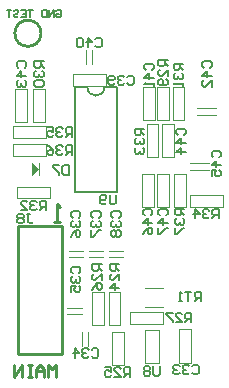
<source format=gbo>
G04*
G04 #@! TF.GenerationSoftware,Altium Limited,Altium Designer,20.0.10 (225)*
G04*
G04 Layer_Color=32896*
%FSLAX25Y25*%
%MOIN*%
G70*
G01*
G75*
%ADD10C,0.00787*%
%ADD14C,0.00394*%
%ADD15C,0.00984*%
%ADD18C,0.01000*%
%ADD19C,0.00591*%
G36*
X312598Y72047D02*
X310236Y74409D01*
Y69685D01*
X312598Y72047D01*
D02*
G37*
D10*
X328712Y99213D02*
G03*
X334280Y99213I2784J0D01*
G01*
X338583Y64173D02*
Y99213D01*
X324410Y64173D02*
X338583D01*
X324410D02*
Y99213D01*
X328712D01*
X334280D02*
X338583D01*
X318308Y124606D02*
X318701Y124999D01*
X319488D01*
X319882Y124606D01*
Y123031D01*
X319488Y122638D01*
X318701D01*
X318308Y123031D01*
Y123819D01*
X319095D01*
X317520Y122638D02*
Y124999D01*
X315946Y122638D01*
Y124999D01*
X315159D02*
Y122638D01*
X313978D01*
X313585Y123031D01*
Y124606D01*
X313978Y124999D01*
X315159D01*
X310436D02*
X308862D01*
X309649D01*
Y122638D01*
X306500Y124999D02*
X308075D01*
Y122638D01*
X306500D01*
X308075Y123819D02*
X307288D01*
X304139Y124606D02*
X304533Y124999D01*
X305320D01*
X305713Y124606D01*
Y124212D01*
X305320Y123819D01*
X304533D01*
X304139Y123425D01*
Y123031D01*
X304533Y122638D01*
X305320D01*
X305713Y123031D01*
X303352Y124999D02*
X301778D01*
X302565D01*
Y122638D01*
D14*
X330118Y107087D02*
Y111811D01*
X328150Y107087D02*
Y111811D01*
X324015Y99606D02*
X335039D01*
Y103543D01*
X324015D02*
X335039D01*
X324015Y99606D02*
Y103543D01*
X351181Y88189D02*
Y99213D01*
X347244D02*
X351181D01*
X347244Y88189D02*
Y99213D01*
Y88189D02*
X351181D01*
X355906D02*
Y99213D01*
X351969D02*
X355906D01*
X351969Y88189D02*
Y99213D01*
Y88189D02*
X355906D01*
X357087D02*
Y99213D01*
Y88189D02*
X361024D01*
Y99213D01*
X357087D02*
X361024D01*
X365354Y89961D02*
X371654D01*
X365354Y92323D02*
X371654D01*
X353543Y75985D02*
Y87008D01*
Y75985D02*
X357480D01*
Y87008D01*
X353543D02*
X357480D01*
X342815Y24409D02*
X353839D01*
X342815Y20472D02*
Y24409D01*
Y20472D02*
X353839D01*
Y24409D01*
X347933Y25984D02*
X353839D01*
X347933Y32283D02*
X353839D01*
X347933Y7283D02*
X352658D01*
Y18307D01*
X347933D02*
X352658D01*
X347933Y7283D02*
Y18307D01*
X305118Y62205D02*
X316142D01*
Y66142D01*
X305118D02*
X316142D01*
X305118Y62205D02*
Y66142D01*
X312598Y70079D02*
Y74016D01*
X303937Y76378D02*
X314961D01*
Y80315D01*
X303937D02*
X314961D01*
X303937Y76378D02*
Y80315D01*
X303937Y82284D02*
X314960D01*
Y86221D01*
X303937D02*
X314960D01*
X303937Y82284D02*
Y86221D01*
X304724Y87795D02*
Y98818D01*
Y87795D02*
X308661D01*
Y98818D01*
X304724D02*
X308661D01*
X314567Y87795D02*
Y98818D01*
X310630D02*
X314567D01*
X310630Y87795D02*
Y98818D01*
Y87795D02*
X314567D01*
X359350Y7480D02*
Y18504D01*
Y7480D02*
X363287D01*
Y18504D01*
X359350D02*
X363287D01*
X340846Y6692D02*
Y17716D01*
X336909D02*
X340846D01*
X336909Y6692D02*
Y17716D01*
Y6692D02*
X340846D01*
X326969Y12992D02*
Y17717D01*
X328937Y12992D02*
Y17717D01*
X322047Y23819D02*
X326772D01*
X322047Y25787D02*
X326772D01*
X334154Y20078D02*
Y31102D01*
X330217D02*
X334154D01*
X330217Y20078D02*
Y31102D01*
Y20078D02*
X334154D01*
X339665D02*
Y31102D01*
X335728D02*
X339665D01*
X335728Y20078D02*
Y31102D01*
Y20078D02*
X339665D01*
X322441Y42717D02*
X327165D01*
X322441Y44685D02*
X327165D01*
X329134Y42717D02*
X333858D01*
X329134Y44685D02*
X333858D01*
X335827Y42717D02*
X340551D01*
X335827Y44685D02*
X340551D01*
X350752Y59389D02*
Y70413D01*
X346815D02*
X350752D01*
X346815Y59389D02*
Y70413D01*
Y59389D02*
X350752D01*
X351969Y59448D02*
Y70472D01*
Y59448D02*
X355906D01*
Y70472D01*
X351969D02*
X355906D01*
X361417Y59448D02*
Y70472D01*
X357480D02*
X361417D01*
X357480Y59448D02*
Y70472D01*
Y59448D02*
X361417D01*
X362992Y63386D02*
X374016D01*
X362992Y59449D02*
Y63386D01*
Y59449D02*
X374016D01*
Y63386D01*
X362992Y74016D02*
X369291D01*
X362992Y71653D02*
X369291D01*
X348425Y75985D02*
Y87008D01*
Y75985D02*
X352362D01*
Y87008D01*
X348425D02*
X352362D01*
D15*
X305512Y10433D02*
Y52953D01*
Y10433D02*
X320079D01*
Y52953D01*
X305512D02*
X320079D01*
D18*
X313217Y117224D02*
G03*
X313213Y117043I-4359J0D01*
G01*
X319685Y54331D02*
X317686D01*
X318685D01*
Y60329D01*
X319685Y59329D01*
X318145Y2575D02*
Y6573D01*
X316812Y5241D01*
X315479Y6573D01*
Y2575D01*
X314146D02*
Y5241D01*
X312813Y6573D01*
X311481Y5241D01*
Y2575D01*
Y4574D01*
X314146D01*
X310148Y6573D02*
X308815D01*
X309481D01*
Y2575D01*
X310148D01*
X308815D01*
X306815D02*
Y6573D01*
X304150Y2575D01*
Y6573D01*
D19*
X338189Y63385D02*
Y60761D01*
X337664Y60236D01*
X336615D01*
X336090Y60761D01*
Y63385D01*
X335040Y60761D02*
X334516Y60236D01*
X333466D01*
X332941Y60761D01*
Y62860D01*
X333466Y63385D01*
X334516D01*
X335040Y62860D01*
Y62335D01*
X334516Y61810D01*
X332941D01*
X352756Y6298D02*
Y3674D01*
X352231Y3150D01*
X351182D01*
X350657Y3674D01*
Y6298D01*
X349607Y5773D02*
X349082Y6298D01*
X348033D01*
X347508Y5773D01*
Y5249D01*
X348033Y4724D01*
X347508Y4199D01*
Y3674D01*
X348033Y3150D01*
X349082D01*
X349607Y3674D01*
Y4199D01*
X349082Y4724D01*
X349607Y5249D01*
Y5773D01*
X349082Y4724D02*
X348033D01*
X366535Y27953D02*
Y31101D01*
X364961D01*
X364436Y30577D01*
Y29527D01*
X364961Y29002D01*
X366535D01*
X365486D02*
X364436Y27953D01*
X363387Y31101D02*
X361288D01*
X362337D01*
Y27953D01*
X360238D02*
X359189D01*
X359714D01*
Y31101D01*
X360238Y30577D01*
X361024Y58661D02*
X357875D01*
Y57087D01*
X358400Y56562D01*
X359449D01*
X359974Y57087D01*
Y58661D01*
Y57612D02*
X361024Y56562D01*
X358400Y55513D02*
X357875Y54988D01*
Y53939D01*
X358400Y53414D01*
X358925D01*
X359449Y53939D01*
Y54463D01*
Y53939D01*
X359974Y53414D01*
X360499D01*
X361024Y53939D01*
Y54988D01*
X360499Y55513D01*
X357875Y52364D02*
Y50265D01*
X358400D01*
X360499Y52364D01*
X361024D01*
X323622Y76772D02*
Y79920D01*
X322048D01*
X321523Y79396D01*
Y78346D01*
X322048Y77821D01*
X323622D01*
X322572D02*
X321523Y76772D01*
X320474Y79396D02*
X319949Y79920D01*
X318899D01*
X318374Y79396D01*
Y78871D01*
X318899Y78346D01*
X319424D01*
X318899D01*
X318374Y77821D01*
Y77296D01*
X318899Y76772D01*
X319949D01*
X320474Y77296D01*
X315226Y79920D02*
X316275Y79396D01*
X317325Y78346D01*
Y77296D01*
X316800Y76772D01*
X315751D01*
X315226Y77296D01*
Y77821D01*
X315751Y78346D01*
X317325D01*
X323622Y82677D02*
Y85826D01*
X322048D01*
X321523Y85301D01*
Y84251D01*
X322048Y83727D01*
X323622D01*
X322572D02*
X321523Y82677D01*
X320474Y85301D02*
X319949Y85826D01*
X318899D01*
X318374Y85301D01*
Y84776D01*
X318899Y84251D01*
X319424D01*
X318899D01*
X318374Y83727D01*
Y83202D01*
X318899Y82677D01*
X319949D01*
X320474Y83202D01*
X315226Y85826D02*
X317325D01*
Y84251D01*
X316275Y84776D01*
X315751D01*
X315226Y84251D01*
Y83202D01*
X315751Y82677D01*
X316800D01*
X317325Y83202D01*
X372441Y55512D02*
Y58660D01*
X370867D01*
X370342Y58136D01*
Y57086D01*
X370867Y56561D01*
X372441D01*
X371391D02*
X370342Y55512D01*
X369292Y58136D02*
X368768Y58660D01*
X367718D01*
X367193Y58136D01*
Y57611D01*
X367718Y57086D01*
X368243D01*
X367718D01*
X367193Y56561D01*
Y56037D01*
X367718Y55512D01*
X368768D01*
X369292Y56037D01*
X364569Y55512D02*
Y58660D01*
X366144Y57086D01*
X364045D01*
X347638Y85433D02*
X344489D01*
Y83859D01*
X345014Y83334D01*
X346063D01*
X346588Y83859D01*
Y85433D01*
Y84383D02*
X347638Y83334D01*
X345014Y82284D02*
X344489Y81760D01*
Y80710D01*
X345014Y80185D01*
X345539D01*
X346063Y80710D01*
Y81235D01*
Y80710D01*
X346588Y80185D01*
X347113D01*
X347638Y80710D01*
Y81760D01*
X347113Y82284D01*
X345014Y79136D02*
X344489Y78611D01*
Y77562D01*
X345014Y77037D01*
X345539D01*
X346063Y77562D01*
Y78086D01*
Y77562D01*
X346588Y77037D01*
X347113D01*
X347638Y77562D01*
Y78611D01*
X347113Y79136D01*
X314961Y58268D02*
Y61416D01*
X313386D01*
X312862Y60891D01*
Y59842D01*
X313386Y59317D01*
X314961D01*
X313911D02*
X312862Y58268D01*
X311812Y60891D02*
X311287Y61416D01*
X310238D01*
X309713Y60891D01*
Y60367D01*
X310238Y59842D01*
X310763D01*
X310238D01*
X309713Y59317D01*
Y58793D01*
X310238Y58268D01*
X311287D01*
X311812Y58793D01*
X306564Y58268D02*
X308664D01*
X306564Y60367D01*
Y60891D01*
X307089Y61416D01*
X308139D01*
X308664Y60891D01*
X360630Y107087D02*
X357481D01*
Y105512D01*
X358006Y104988D01*
X359056D01*
X359580Y105512D01*
Y107087D01*
Y106037D02*
X360630Y104988D01*
X358006Y103938D02*
X357481Y103413D01*
Y102364D01*
X358006Y101839D01*
X358531D01*
X359056Y102364D01*
Y102889D01*
Y102364D01*
X359580Y101839D01*
X360105D01*
X360630Y102364D01*
Y103413D01*
X360105Y103938D01*
X360630Y100789D02*
Y99740D01*
Y100265D01*
X357481D01*
X358006Y100789D01*
X314173Y107874D02*
X311025D01*
Y106300D01*
X311549Y105775D01*
X312599D01*
X313124Y106300D01*
Y107874D01*
Y106825D02*
X314173Y105775D01*
X311549Y104725D02*
X311025Y104201D01*
Y103151D01*
X311549Y102626D01*
X312074D01*
X312599Y103151D01*
Y103676D01*
Y103151D01*
X313124Y102626D01*
X313649D01*
X314173Y103151D01*
Y104201D01*
X313649Y104725D01*
X311549Y101577D02*
X311025Y101052D01*
Y100003D01*
X311549Y99478D01*
X313649D01*
X314173Y100003D01*
Y101052D01*
X313649Y101577D01*
X311549D01*
X355512Y108268D02*
X352363D01*
Y106693D01*
X352888Y106169D01*
X353938D01*
X354462Y106693D01*
Y108268D01*
Y107218D02*
X355512Y106169D01*
Y103020D02*
Y105119D01*
X353413Y103020D01*
X352888D01*
X352363Y103545D01*
Y104594D01*
X352888Y105119D01*
X354987Y101971D02*
X355512Y101446D01*
Y100396D01*
X354987Y99871D01*
X352888D01*
X352363Y100396D01*
Y101446D01*
X352888Y101971D01*
X353413D01*
X353938Y101446D01*
Y99871D01*
X363386Y20866D02*
Y24015D01*
X361811D01*
X361287Y23490D01*
Y22440D01*
X361811Y21916D01*
X363386D01*
X362336D02*
X361287Y20866D01*
X358138D02*
X360237D01*
X358138Y22965D01*
Y23490D01*
X358663Y24015D01*
X359713D01*
X360237Y23490D01*
X357089Y24015D02*
X354990D01*
Y23490D01*
X357089Y21391D01*
Y20866D01*
X333465Y40157D02*
X330316D01*
Y38583D01*
X330841Y38058D01*
X331890D01*
X332415Y38583D01*
Y40157D01*
Y39108D02*
X333465Y38058D01*
Y34910D02*
Y37009D01*
X331365Y34910D01*
X330841D01*
X330316Y35435D01*
Y36484D01*
X330841Y37009D01*
X330316Y31761D02*
X330841Y32811D01*
X331890Y33860D01*
X332940D01*
X333465Y33336D01*
Y32286D01*
X332940Y31761D01*
X332415D01*
X331890Y32286D01*
Y33860D01*
X342913Y2756D02*
Y5904D01*
X341339D01*
X340814Y5380D01*
Y4330D01*
X341339Y3805D01*
X342913D01*
X341864D02*
X340814Y2756D01*
X337666D02*
X339765D01*
X337666Y4855D01*
Y5380D01*
X338191Y5904D01*
X339240D01*
X339765Y5380D01*
X334517Y5904D02*
X336616D01*
Y4330D01*
X335567Y4855D01*
X335042D01*
X334517Y4330D01*
Y3281D01*
X335042Y2756D01*
X336091D01*
X336616Y3281D01*
X339370Y40157D02*
X336222D01*
Y38583D01*
X336746Y38058D01*
X337796D01*
X338320Y38583D01*
Y40157D01*
Y39108D02*
X339370Y38058D01*
Y34910D02*
Y37009D01*
X337271Y34910D01*
X336746D01*
X336222Y35435D01*
Y36484D01*
X336746Y37009D01*
X339370Y32286D02*
X336222D01*
X337796Y33860D01*
Y31761D01*
X308531Y57086D02*
X309580D01*
X309056D01*
Y54462D01*
X309580Y53937D01*
X310105D01*
X310630Y54462D01*
X307481Y56561D02*
X306957Y57086D01*
X305907D01*
X305382Y56561D01*
Y56036D01*
X305907Y55511D01*
X305382Y54987D01*
Y54462D01*
X305907Y53937D01*
X306957D01*
X307481Y54462D01*
Y54987D01*
X306957Y55511D01*
X307481Y56036D01*
Y56561D01*
X306957Y55511D02*
X305907D01*
X322441Y73227D02*
Y70079D01*
X320867D01*
X320342Y70604D01*
Y72703D01*
X320867Y73227D01*
X322441D01*
X319292D02*
X317193D01*
Y72703D01*
X319292Y70604D01*
Y70079D01*
X352888Y56562D02*
X352363Y57087D01*
Y58137D01*
X352888Y58661D01*
X354987D01*
X355512Y58137D01*
Y57087D01*
X354987Y56562D01*
X355512Y53939D02*
X352363D01*
X353938Y55513D01*
Y53414D01*
X352363Y52364D02*
Y50265D01*
X352888D01*
X354987Y52364D01*
X355512D01*
X347770Y56562D02*
X347245Y57087D01*
Y58137D01*
X347770Y58661D01*
X349869D01*
X350394Y58137D01*
Y57087D01*
X349869Y56562D01*
X350394Y53939D02*
X347245D01*
X348819Y55513D01*
Y53414D01*
X347245Y50265D02*
X347770Y51315D01*
X348819Y52364D01*
X349869D01*
X350394Y51840D01*
Y50790D01*
X349869Y50265D01*
X349344D01*
X348819Y50790D01*
Y52364D01*
X370604Y75854D02*
X370080Y76378D01*
Y77428D01*
X370604Y77953D01*
X372704D01*
X373228Y77428D01*
Y76378D01*
X372704Y75854D01*
X373228Y73230D02*
X370080D01*
X371654Y74804D01*
Y72705D01*
X370080Y69556D02*
Y71656D01*
X371654D01*
X371129Y70606D01*
Y70081D01*
X371654Y69556D01*
X372704D01*
X373228Y70081D01*
Y71131D01*
X372704Y71656D01*
X358793Y83334D02*
X358269Y83859D01*
Y84908D01*
X358793Y85433D01*
X360893D01*
X361417Y84908D01*
Y83859D01*
X360893Y83334D01*
X361417Y80710D02*
X358269D01*
X359843Y82284D01*
Y80185D01*
X361417Y77562D02*
X358269D01*
X359843Y79136D01*
Y77037D01*
X305644Y105775D02*
X305119Y106300D01*
Y107349D01*
X305644Y107874D01*
X307743D01*
X308268Y107349D01*
Y106300D01*
X307743Y105775D01*
X308268Y103151D02*
X305119D01*
X306693Y104725D01*
Y102626D01*
X305644Y101577D02*
X305119Y101052D01*
Y100003D01*
X305644Y99478D01*
X306169D01*
X306693Y100003D01*
Y100527D01*
Y100003D01*
X307218Y99478D01*
X307743D01*
X308268Y100003D01*
Y101052D01*
X307743Y101577D01*
X367455Y105775D02*
X366930Y106300D01*
Y107349D01*
X367455Y107874D01*
X369554D01*
X370079Y107349D01*
Y106300D01*
X369554Y105775D01*
X370079Y103151D02*
X366930D01*
X368504Y104725D01*
Y102626D01*
X370079Y99478D02*
Y101577D01*
X367980Y99478D01*
X367455D01*
X366930Y100003D01*
Y101052D01*
X367455Y101577D01*
X348164Y104988D02*
X347639Y105512D01*
Y106562D01*
X348164Y107087D01*
X350263D01*
X350787Y106562D01*
Y105512D01*
X350263Y104988D01*
X350787Y102364D02*
X347639D01*
X349213Y103938D01*
Y101839D01*
X350787Y100789D02*
Y99740D01*
Y100265D01*
X347639D01*
X348164Y100789D01*
X331365Y115222D02*
X331890Y115747D01*
X332940D01*
X333465Y115222D01*
Y113123D01*
X332940Y112598D01*
X331890D01*
X331365Y113123D01*
X328742Y112598D02*
Y115747D01*
X330316Y114173D01*
X328217D01*
X327167Y115222D02*
X326643Y115747D01*
X325593D01*
X325068Y115222D01*
Y113123D01*
X325593Y112598D01*
X326643D01*
X327167Y113123D01*
Y115222D01*
X341995Y102624D02*
X342520Y103149D01*
X343570D01*
X344094Y102624D01*
Y100525D01*
X343570Y100000D01*
X342520D01*
X341995Y100525D01*
X340946Y102624D02*
X340421Y103149D01*
X339372D01*
X338847Y102624D01*
Y102099D01*
X339372Y101574D01*
X339896D01*
X339372D01*
X338847Y101049D01*
Y100525D01*
X339372Y100000D01*
X340421D01*
X340946Y100525D01*
X337797D02*
X337273Y100000D01*
X336223D01*
X335698Y100525D01*
Y102624D01*
X336223Y103149D01*
X337273D01*
X337797Y102624D01*
Y102099D01*
X337273Y101574D01*
X335698D01*
X337140Y55775D02*
X336615Y56300D01*
Y57349D01*
X337140Y57874D01*
X339239D01*
X339764Y57349D01*
Y56300D01*
X339239Y55775D01*
X337140Y54725D02*
X336615Y54201D01*
Y53151D01*
X337140Y52626D01*
X337665D01*
X338190Y53151D01*
Y53676D01*
Y53151D01*
X338714Y52626D01*
X339239D01*
X339764Y53151D01*
Y54201D01*
X339239Y54725D01*
X337140Y51577D02*
X336615Y51052D01*
Y50002D01*
X337140Y49478D01*
X337665D01*
X338190Y50002D01*
X338714Y49478D01*
X339239D01*
X339764Y50002D01*
Y51052D01*
X339239Y51577D01*
X338714D01*
X338190Y51052D01*
X337665Y51577D01*
X337140D01*
X338190Y51052D02*
Y50002D01*
X330447Y55775D02*
X329922Y56300D01*
Y57349D01*
X330447Y57874D01*
X332546D01*
X333071Y57349D01*
Y56300D01*
X332546Y55775D01*
X330447Y54725D02*
X329922Y54201D01*
Y53151D01*
X330447Y52626D01*
X330972D01*
X331497Y53151D01*
Y53676D01*
Y53151D01*
X332021Y52626D01*
X332546D01*
X333071Y53151D01*
Y54201D01*
X332546Y54725D01*
X329922Y51577D02*
Y49478D01*
X330447D01*
X332546Y51577D01*
X333071D01*
X323754Y55775D02*
X323229Y56300D01*
Y57349D01*
X323754Y57874D01*
X325853D01*
X326378Y57349D01*
Y56300D01*
X325853Y55775D01*
X323754Y54725D02*
X323229Y54201D01*
Y53151D01*
X323754Y52626D01*
X324279D01*
X324804Y53151D01*
Y53676D01*
Y53151D01*
X325328Y52626D01*
X325853D01*
X326378Y53151D01*
Y54201D01*
X325853Y54725D01*
X323229Y49478D02*
X323754Y50527D01*
X324804Y51577D01*
X325853D01*
X326378Y51052D01*
Y50002D01*
X325853Y49478D01*
X325328D01*
X324804Y50002D01*
Y51577D01*
X323754Y37271D02*
X323229Y37796D01*
Y38845D01*
X323754Y39370D01*
X325853D01*
X326378Y38845D01*
Y37796D01*
X325853Y37271D01*
X323754Y36222D02*
X323229Y35697D01*
Y34647D01*
X323754Y34122D01*
X324279D01*
X324804Y34647D01*
Y35172D01*
Y34647D01*
X325328Y34122D01*
X325853D01*
X326378Y34647D01*
Y35697D01*
X325853Y36222D01*
X323229Y30974D02*
Y33073D01*
X324804D01*
X324279Y32023D01*
Y31499D01*
X324804Y30974D01*
X325853D01*
X326378Y31499D01*
Y32548D01*
X325853Y33073D01*
X330184Y11679D02*
X330709Y12204D01*
X331759D01*
X332283Y11679D01*
Y9580D01*
X331759Y9055D01*
X330709D01*
X330184Y9580D01*
X329135Y11679D02*
X328610Y12204D01*
X327561D01*
X327036Y11679D01*
Y11154D01*
X327561Y10629D01*
X328085D01*
X327561D01*
X327036Y10105D01*
Y9580D01*
X327561Y9055D01*
X328610D01*
X329135Y9580D01*
X324412Y9055D02*
Y12204D01*
X325986Y10629D01*
X323887D01*
X363649Y6167D02*
X364174Y6692D01*
X365223D01*
X365748Y6167D01*
Y4068D01*
X365223Y3543D01*
X364174D01*
X363649Y4068D01*
X362599Y6167D02*
X362075Y6692D01*
X361025D01*
X360500Y6167D01*
Y5642D01*
X361025Y5118D01*
X361550D01*
X361025D01*
X360500Y4593D01*
Y4068D01*
X361025Y3543D01*
X362075D01*
X362599Y4068D01*
X359451Y6167D02*
X358926Y6692D01*
X357876D01*
X357352Y6167D01*
Y5642D01*
X357876Y5118D01*
X358401D01*
X357876D01*
X357352Y4593D01*
Y4068D01*
X357876Y3543D01*
X358926D01*
X359451Y4068D01*
M02*

</source>
